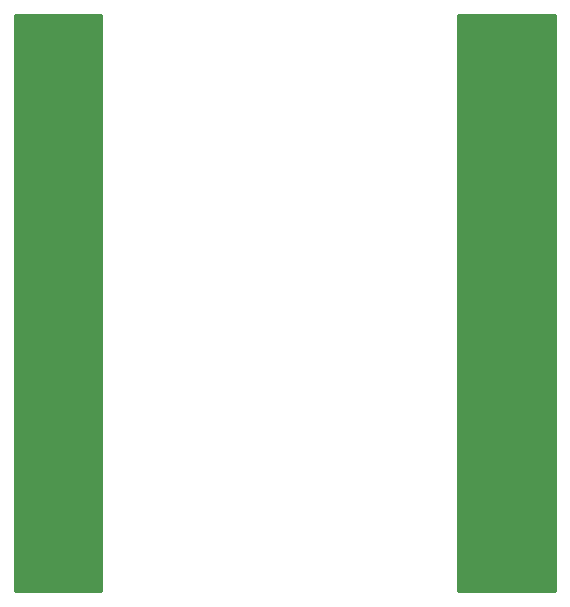
<source format=gbs>
%TF.GenerationSoftware,KiCad,Pcbnew,(5.1.8-44-gfd79c7ae46)*%
%TF.CreationDate,2021-01-02T19:49:23-07:00*%
%TF.ProjectId,egg,6567672e-6b69-4636-9164-5f7063625858,rev?*%
%TF.SameCoordinates,Original*%
%TF.FileFunction,Soldermask,Bot*%
%TF.FilePolarity,Negative*%
%FSLAX46Y46*%
G04 Gerber Fmt 4.6, Leading zero omitted, Abs format (unit mm)*
G04 Created by KiCad (PCBNEW (5.1.8-44-gfd79c7ae46)) date 2021-01-02 19:49:23*
%MOMM*%
%LPD*%
G01*
G04 APERTURE LIST*
%ADD10C,0.254000*%
%ADD11C,0.100000*%
G04 APERTURE END LIST*
D10*
X37373000Y-72873000D02*
X30127000Y-72873000D01*
X30127000Y-24127000D01*
X37373000Y-24127000D01*
X37373000Y-72873000D01*
D11*
G36*
X37373000Y-72873000D02*
G01*
X30127000Y-72873000D01*
X30127000Y-24127000D01*
X37373000Y-24127000D01*
X37373000Y-72873000D01*
G37*
D10*
X75873000Y-72873000D02*
X67627000Y-72873000D01*
X67627000Y-24127000D01*
X75873000Y-24127000D01*
X75873000Y-72873000D01*
D11*
G36*
X75873000Y-72873000D02*
G01*
X67627000Y-72873000D01*
X67627000Y-24127000D01*
X75873000Y-24127000D01*
X75873000Y-72873000D01*
G37*
M02*

</source>
